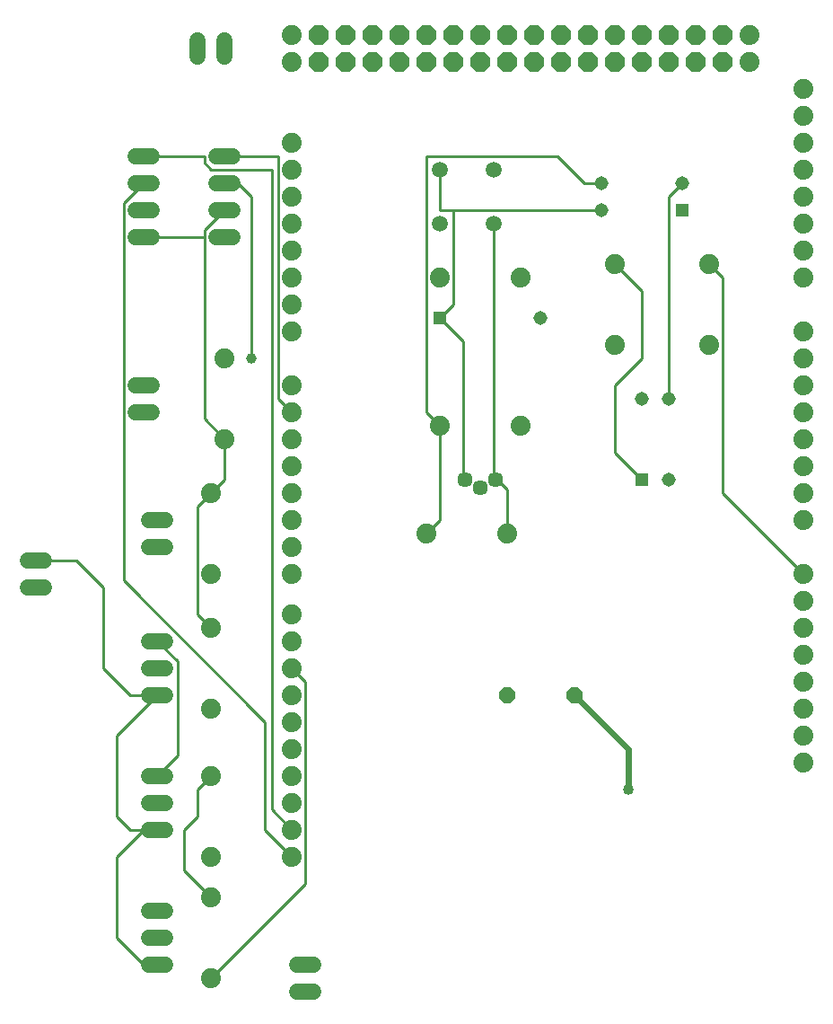
<source format=gbl>
G75*
%MOIN*%
%OFA0B0*%
%FSLAX25Y25*%
%IPPOS*%
%LPD*%
%AMOC8*
5,1,8,0,0,1.08239X$1,22.5*
%
%ADD10OC8,0.06000*%
%ADD11C,0.07400*%
%ADD12OC8,0.07400*%
%ADD13C,0.05976*%
%ADD14C,0.06000*%
%ADD15R,0.05150X0.05150*%
%ADD16C,0.05150*%
%ADD17C,0.05701*%
%ADD18C,0.04000*%
%ADD19C,0.02400*%
%ADD20C,0.01000*%
%ADD21C,0.03962*%
D10*
X0196000Y0161250D03*
X0221000Y0161250D03*
D11*
X0196000Y0221250D03*
X0166000Y0221250D03*
X0171000Y0261250D03*
X0201000Y0261250D03*
X0236000Y0291250D03*
X0236000Y0321250D03*
X0271000Y0321250D03*
X0271000Y0291250D03*
X0306000Y0286250D03*
X0306000Y0276250D03*
X0306000Y0266250D03*
X0306000Y0256250D03*
X0306000Y0246250D03*
X0306000Y0236250D03*
X0306000Y0226250D03*
X0306000Y0206250D03*
X0306000Y0196250D03*
X0306000Y0186250D03*
X0306000Y0176250D03*
X0306000Y0166250D03*
X0306000Y0156250D03*
X0306000Y0146250D03*
X0306000Y0136250D03*
X0306000Y0296250D03*
X0306000Y0316250D03*
X0306000Y0326250D03*
X0306000Y0336250D03*
X0306000Y0346250D03*
X0306000Y0356250D03*
X0306000Y0366250D03*
X0306000Y0376250D03*
X0306000Y0386250D03*
X0286000Y0396250D03*
X0286000Y0406250D03*
X0201000Y0316250D03*
X0171000Y0316250D03*
X0116000Y0316250D03*
X0116000Y0306250D03*
X0116000Y0296250D03*
X0116000Y0276250D03*
X0116000Y0266250D03*
X0116000Y0256250D03*
X0116000Y0246250D03*
X0116000Y0236250D03*
X0116000Y0226250D03*
X0116000Y0216250D03*
X0116000Y0206250D03*
X0116000Y0191250D03*
X0116000Y0181250D03*
X0116000Y0171250D03*
X0116000Y0161250D03*
X0116000Y0151250D03*
X0116000Y0141250D03*
X0116000Y0131250D03*
X0116000Y0121250D03*
X0116000Y0111250D03*
X0116000Y0101250D03*
X0086000Y0101250D03*
X0086000Y0086250D03*
X0086000Y0056250D03*
X0086000Y0131250D03*
X0086000Y0156250D03*
X0086000Y0186250D03*
X0086000Y0206250D03*
X0086000Y0236250D03*
X0091000Y0256250D03*
X0091000Y0286250D03*
X0116000Y0326250D03*
X0116000Y0336250D03*
X0116000Y0346250D03*
X0116000Y0356250D03*
X0116000Y0366250D03*
X0116000Y0396250D03*
X0116000Y0406250D03*
D12*
X0126000Y0406250D03*
X0126000Y0396250D03*
X0136000Y0396250D03*
X0146000Y0396250D03*
X0146000Y0406250D03*
X0136000Y0406250D03*
X0156000Y0406250D03*
X0156000Y0396250D03*
X0166000Y0396250D03*
X0176000Y0396250D03*
X0176000Y0406250D03*
X0166000Y0406250D03*
X0186000Y0406250D03*
X0186000Y0396250D03*
X0196000Y0396250D03*
X0196000Y0406250D03*
X0206000Y0406250D03*
X0216000Y0406250D03*
X0216000Y0396250D03*
X0206000Y0396250D03*
X0226000Y0396250D03*
X0226000Y0406250D03*
X0236000Y0406250D03*
X0236000Y0396250D03*
X0246000Y0396250D03*
X0256000Y0396250D03*
X0256000Y0406250D03*
X0246000Y0406250D03*
X0266000Y0406250D03*
X0266000Y0396250D03*
X0276000Y0396250D03*
X0276000Y0406250D03*
D13*
X0191039Y0356289D03*
X0191039Y0336211D03*
X0170961Y0336211D03*
X0170961Y0356289D03*
D14*
X0094000Y0361250D02*
X0088000Y0361250D01*
X0088000Y0351250D02*
X0094000Y0351250D01*
X0094000Y0341250D02*
X0088000Y0341250D01*
X0088000Y0331250D02*
X0094000Y0331250D01*
X0064000Y0331250D02*
X0058000Y0331250D01*
X0058000Y0341250D02*
X0064000Y0341250D01*
X0064000Y0351250D02*
X0058000Y0351250D01*
X0058000Y0361250D02*
X0064000Y0361250D01*
X0081000Y0398250D02*
X0081000Y0404250D01*
X0091000Y0404250D02*
X0091000Y0398250D01*
X0064000Y0276250D02*
X0058000Y0276250D01*
X0058000Y0266250D02*
X0064000Y0266250D01*
X0063000Y0226250D02*
X0069000Y0226250D01*
X0069000Y0216250D02*
X0063000Y0216250D01*
X0063000Y0181250D02*
X0069000Y0181250D01*
X0069000Y0171250D02*
X0063000Y0171250D01*
X0063000Y0161250D02*
X0069000Y0161250D01*
X0069000Y0131250D02*
X0063000Y0131250D01*
X0063000Y0121250D02*
X0069000Y0121250D01*
X0069000Y0111250D02*
X0063000Y0111250D01*
X0063000Y0081250D02*
X0069000Y0081250D01*
X0069000Y0071250D02*
X0063000Y0071250D01*
X0063000Y0061250D02*
X0069000Y0061250D01*
X0118000Y0061250D02*
X0124000Y0061250D01*
X0124000Y0051250D02*
X0118000Y0051250D01*
X0024000Y0201250D02*
X0018000Y0201250D01*
X0018000Y0211250D02*
X0024000Y0211250D01*
D15*
X0171000Y0301250D03*
X0246000Y0241250D03*
X0261000Y0341250D03*
D16*
X0261000Y0351250D03*
X0231000Y0351250D03*
X0231000Y0341250D03*
X0208402Y0301250D03*
X0246000Y0271250D03*
X0256000Y0271250D03*
X0256000Y0241250D03*
D17*
X0191709Y0241289D03*
X0186000Y0238337D03*
X0180291Y0241289D03*
D18*
X0241000Y0126250D03*
D19*
X0241000Y0141250D01*
X0221000Y0161250D01*
D20*
X0061000Y0061250D02*
X0051000Y0071250D01*
X0051000Y0101250D01*
X0061000Y0111250D01*
X0056000Y0111250D01*
X0051000Y0116250D01*
X0051000Y0146250D01*
X0066000Y0161250D01*
X0056000Y0161250D01*
X0046000Y0171250D01*
X0046000Y0201250D01*
X0036000Y0211250D01*
X0021000Y0211250D01*
X0053500Y0203750D02*
X0106000Y0151250D01*
X0106000Y0111250D01*
X0116000Y0101250D01*
X0116000Y0111250D02*
X0108500Y0118750D01*
X0108500Y0356250D01*
X0086000Y0356250D01*
X0083500Y0358750D01*
X0083500Y0361250D01*
X0061000Y0361250D01*
X0061000Y0351250D02*
X0053500Y0343750D01*
X0053500Y0203750D01*
X0066000Y0181250D02*
X0073500Y0173750D01*
X0073500Y0138750D01*
X0066000Y0131250D01*
X0081000Y0126250D02*
X0081000Y0116250D01*
X0076000Y0111250D01*
X0076000Y0096250D01*
X0086000Y0086250D01*
X0066000Y0061250D02*
X0061000Y0061250D01*
X0086000Y0056250D02*
X0121000Y0091250D01*
X0121000Y0166250D01*
X0116000Y0171250D01*
X0086000Y0186250D02*
X0081000Y0191250D01*
X0081000Y0231250D01*
X0086000Y0236250D01*
X0091000Y0241250D01*
X0091000Y0256250D01*
X0083500Y0263750D01*
X0083500Y0331250D01*
X0083500Y0333750D01*
X0091000Y0341250D01*
X0091000Y0351250D02*
X0096000Y0351250D01*
X0101000Y0346250D01*
X0101000Y0286250D01*
X0111000Y0271250D02*
X0116000Y0266250D01*
X0111000Y0271250D02*
X0111000Y0361250D01*
X0091000Y0361250D01*
X0083500Y0331250D02*
X0061000Y0331250D01*
X0166000Y0361250D02*
X0166000Y0266250D01*
X0171000Y0261250D01*
X0171000Y0226250D01*
X0166000Y0221250D01*
X0180291Y0241289D02*
X0179750Y0242500D01*
X0179750Y0292500D01*
X0171000Y0301250D01*
X0176000Y0306250D01*
X0176000Y0341250D01*
X0231000Y0341250D01*
X0231000Y0351250D02*
X0224750Y0351250D01*
X0214750Y0361250D01*
X0166000Y0361250D01*
X0170961Y0356289D02*
X0171000Y0356250D01*
X0171000Y0341250D01*
X0176000Y0341250D01*
X0191039Y0336211D02*
X0191000Y0335000D01*
X0191000Y0242500D01*
X0191709Y0241289D01*
X0192250Y0241250D01*
X0196000Y0237500D01*
X0196000Y0221250D01*
X0236000Y0251250D02*
X0236000Y0276250D01*
X0246000Y0286250D01*
X0246000Y0311250D01*
X0236000Y0321250D01*
X0256000Y0346250D02*
X0261000Y0351250D01*
X0256000Y0346250D02*
X0256000Y0271250D01*
X0236000Y0251250D02*
X0246000Y0241250D01*
X0276000Y0236250D02*
X0276000Y0316250D01*
X0271000Y0321250D01*
X0276000Y0236250D02*
X0306000Y0206250D01*
X0086000Y0131250D02*
X0081000Y0126250D01*
X0066000Y0111250D02*
X0061000Y0111250D01*
D21*
X0101000Y0286250D03*
M02*

</source>
